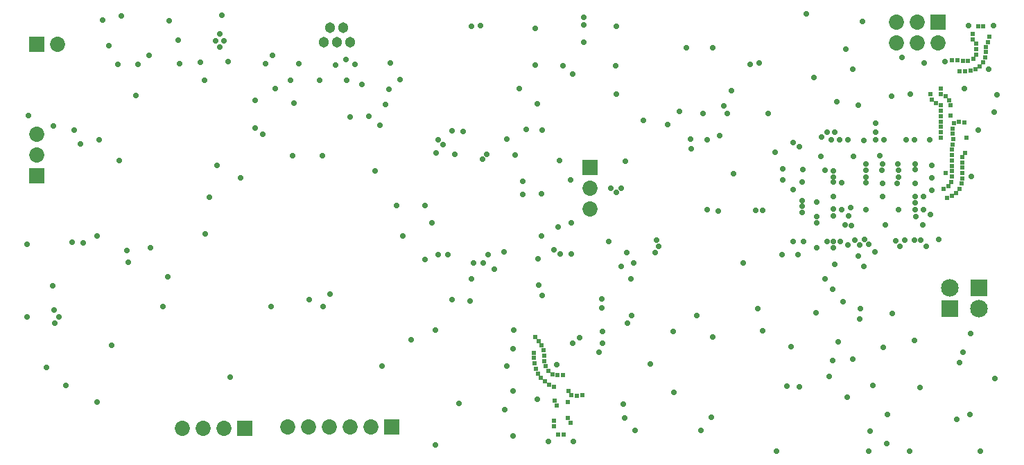
<source format=gbs>
G04*
G04 #@! TF.GenerationSoftware,Altium Limited,Altium Designer,21.6.4 (81)*
G04*
G04 Layer_Color=16711935*
%FSLAX44Y44*%
%MOMM*%
G71*
G04*
G04 #@! TF.SameCoordinates,FF1FAEB7-4318-4351-9C75-77568BB5708F*
G04*
G04*
G04 #@! TF.FilePolarity,Negative*
G04*
G01*
G75*
%ADD167C,1.8532*%
%ADD168R,1.8532X1.8532*%
%ADD169R,1.8532X1.8532*%
%ADD170C,1.3032*%
%ADD171R,2.1532X2.1532*%
%ADD172C,2.1532*%
%ADD173C,0.7032*%
%ADD174C,0.6032*%
D167*
X1076103Y510540D02*
D03*
X26577Y398780D02*
D03*
Y373380D02*
D03*
X1126902Y510540D02*
D03*
X1101503Y535940D02*
D03*
Y510540D02*
D03*
X1076103Y535940D02*
D03*
X52070Y509270D02*
D03*
X702310Y332740D02*
D03*
Y307340D02*
D03*
X434340Y40640D02*
D03*
X408940D02*
D03*
X383540D02*
D03*
X358140D02*
D03*
X332740D02*
D03*
X255270Y39370D02*
D03*
X229870D02*
D03*
X204470D02*
D03*
D168*
X1126902Y535940D02*
D03*
X26670Y509270D02*
D03*
X459740Y40640D02*
D03*
X280670Y39370D02*
D03*
D169*
X26577Y347980D02*
D03*
X702310Y358140D02*
D03*
D170*
X408940Y511810D02*
D03*
X400940Y529810D02*
D03*
X392940Y511810D02*
D03*
X384940Y529810D02*
D03*
X376940Y511810D02*
D03*
D171*
X1141730Y185420D02*
D03*
X1177290Y210820D02*
D03*
D172*
X1141730D02*
D03*
X1177290Y185420D02*
D03*
D173*
X928370Y377190D02*
D03*
X845201Y306837D02*
D03*
X679450Y290830D02*
D03*
Y252730D02*
D03*
X984003Y371978D02*
D03*
X665480Y252730D02*
D03*
X657860Y257810D02*
D03*
X1056127Y372688D02*
D03*
X877189Y350520D02*
D03*
X751840Y222068D02*
D03*
X783590Y269240D02*
D03*
X165100Y260350D02*
D03*
X533565Y403642D02*
D03*
X483870Y147320D02*
D03*
X998220Y209550D02*
D03*
X716183Y197697D02*
D03*
X1023462Y123719D02*
D03*
X961070Y318080D02*
D03*
X961102Y310760D02*
D03*
X961146Y303205D02*
D03*
X984861Y395911D02*
D03*
X860609Y397407D02*
D03*
X991351Y401964D02*
D03*
X1001483Y402021D02*
D03*
X1006622Y392264D02*
D03*
X1016814Y392098D02*
D03*
X1051095Y401985D02*
D03*
X1036750Y391833D02*
D03*
X1061578Y392164D02*
D03*
X1088446D02*
D03*
X1098488Y392054D02*
D03*
X1117302D02*
D03*
X936836Y251349D02*
D03*
X950016Y267969D02*
D03*
X962775Y268042D02*
D03*
X979212Y260551D02*
D03*
X1025595Y269686D02*
D03*
X1017253Y263834D02*
D03*
X1037141Y270002D02*
D03*
X1031684Y263834D02*
D03*
X1106162Y269343D02*
D03*
X1112520Y261620D02*
D03*
X956310Y251460D02*
D03*
X642620Y274320D02*
D03*
X929640Y11430D02*
D03*
X1092200D02*
D03*
X1178560D02*
D03*
X1042670D02*
D03*
X186690Y224790D02*
D03*
X662940Y285750D02*
D03*
X744220Y52070D02*
D03*
X69956Y266757D02*
D03*
X1043940Y35560D02*
D03*
X755650Y241300D02*
D03*
X947795Y138822D02*
D03*
X904240Y306070D02*
D03*
X913130D02*
D03*
X359410Y196850D02*
D03*
X375951Y188361D02*
D03*
X384634Y203635D02*
D03*
X1080837Y261687D02*
D03*
X1075642Y269046D02*
D03*
X1086372Y269325D02*
D03*
X1098550Y269240D02*
D03*
X537254Y374734D02*
D03*
X514604Y376597D02*
D03*
X522628Y386099D02*
D03*
X585470Y233680D02*
D03*
X638461Y246733D02*
D03*
X1159510Y454660D02*
D03*
X824709Y392799D02*
D03*
X826143Y381381D02*
D03*
X610535Y373543D02*
D03*
X576120Y374157D02*
D03*
X600292Y392901D02*
D03*
X445770Y410210D02*
D03*
X338927Y373188D02*
D03*
X375273Y372931D02*
D03*
X811530Y426720D02*
D03*
X767113Y415965D02*
D03*
X845323Y392356D02*
D03*
X637540Y436190D02*
D03*
X624426Y404691D02*
D03*
X797310Y410772D02*
D03*
X557767Y531007D02*
D03*
X734527Y448540D02*
D03*
X439936Y354007D02*
D03*
X678180Y342900D02*
D03*
X1051298Y392190D02*
D03*
X1065530Y55880D02*
D03*
X1165860D02*
D03*
X1016000Y77470D02*
D03*
X127000Y367030D02*
D03*
X740410Y237490D02*
D03*
X746760Y254436D02*
D03*
X717543Y143517D02*
D03*
X713160Y132080D02*
D03*
X717550Y157480D02*
D03*
X727710Y332740D02*
D03*
X734060Y327660D02*
D03*
X740410Y332740D02*
D03*
X725170Y267970D02*
D03*
X742950Y68580D02*
D03*
X913130Y158750D02*
D03*
X906780Y185420D02*
D03*
X1036320Y237490D02*
D03*
X989330Y222250D02*
D03*
X262890Y101600D02*
D03*
X949960Y388620D02*
D03*
X293370Y406400D02*
D03*
X661670Y116840D02*
D03*
X637540Y74930D02*
D03*
X680720Y143510D02*
D03*
X598170Y62230D02*
D03*
X542290Y69850D02*
D03*
X651510Y22860D02*
D03*
X681990D02*
D03*
X600710Y115570D02*
D03*
X775970Y118110D02*
D03*
X689610Y149860D02*
D03*
X1009187Y306960D02*
D03*
X1020778Y309646D02*
D03*
X1063182Y288180D02*
D03*
X1042670Y264160D02*
D03*
X997033Y391947D02*
D03*
X957580Y383540D02*
D03*
X961763Y355935D02*
D03*
X961390Y340360D02*
D03*
X937260Y356870D02*
D03*
Y342900D02*
D03*
X949960Y330962D02*
D03*
X1001397Y239678D02*
D03*
X991870Y267970D02*
D03*
X999490D02*
D03*
X1007690D02*
D03*
X999490Y260405D02*
D03*
X1127956Y270428D02*
D03*
X1050290Y255270D02*
D03*
X1029970Y250190D02*
D03*
X1051015Y412682D02*
D03*
X1003234Y438626D02*
D03*
X1030028Y434790D02*
D03*
X1013714Y287782D02*
D03*
X1021179Y287138D02*
D03*
X1017986Y298951D02*
D03*
X999097Y353837D02*
D03*
X989452Y354901D02*
D03*
X999204Y346931D02*
D03*
X999316Y340360D02*
D03*
X1009323Y339487D02*
D03*
X999490Y322580D02*
D03*
X979170Y316230D02*
D03*
Y298450D02*
D03*
Y291084D02*
D03*
X1108710Y288290D02*
D03*
X1117570Y300960D02*
D03*
X1099820Y298450D02*
D03*
X1099404Y306924D02*
D03*
X1109281Y307162D02*
D03*
X1078952Y306939D02*
D03*
X1039277Y306822D02*
D03*
X1059180Y322580D02*
D03*
Y339090D02*
D03*
X1039575Y339450D02*
D03*
X1039334Y346934D02*
D03*
X1039092Y355005D02*
D03*
Y362683D02*
D03*
X1023620Y372110D02*
D03*
X1059160Y362458D02*
D03*
X1059055Y355097D02*
D03*
X1078810Y346735D02*
D03*
X1076960Y338960D02*
D03*
X1078810Y355252D02*
D03*
X1078476Y363059D02*
D03*
X1099130Y362960D02*
D03*
Y355518D02*
D03*
Y339193D02*
D03*
X1099368Y323032D02*
D03*
X1109346Y323057D02*
D03*
X1119409Y330876D02*
D03*
X1119409Y345654D02*
D03*
X1119551Y360942D02*
D03*
X1099368Y314960D02*
D03*
X999385Y298794D02*
D03*
X999490Y307340D02*
D03*
X1195681Y426532D02*
D03*
X1109980Y486410D02*
D03*
X1070610Y445770D02*
D03*
X1189376Y478420D02*
D03*
X1136031Y487954D02*
D03*
X1093470Y448310D02*
D03*
X1083310Y492760D02*
D03*
X1198880Y447040D02*
D03*
X1164590Y532130D02*
D03*
X977900Y180340D02*
D03*
X1010920Y194310D02*
D03*
X1032510Y185420D02*
D03*
X1194580Y532130D02*
D03*
X889698Y241300D02*
D03*
X106680Y538480D02*
D03*
X302260Y398780D02*
D03*
X188580Y538017D02*
D03*
X246957Y361317D02*
D03*
X1060450Y138430D02*
D03*
X994338Y102870D02*
D03*
X942703Y90776D02*
D03*
X1105111Y89593D02*
D03*
X1071643Y179946D02*
D03*
X1098564Y146904D02*
D03*
X1196340Y100330D02*
D03*
X1157613Y132439D02*
D03*
X1167754Y347416D02*
D03*
X1176183Y404427D02*
D03*
X1014730Y502920D02*
D03*
X975501Y468283D02*
D03*
X869846Y424177D02*
D03*
X874530Y452754D02*
D03*
X851985Y504837D02*
D03*
X820317Y504621D02*
D03*
X635706Y528213D02*
D03*
X664670Y366711D02*
D03*
X858955Y305022D02*
D03*
X748030Y167640D02*
D03*
X752777Y176922D02*
D03*
X832636Y177304D02*
D03*
X852170Y151130D02*
D03*
X804375Y83674D02*
D03*
X850782Y52766D02*
D03*
X837616Y36490D02*
D03*
X757275Y36490D02*
D03*
X513598Y18903D02*
D03*
X608439Y29925D02*
D03*
X608612Y84886D02*
D03*
X608608Y136289D02*
D03*
X608700Y159238D02*
D03*
X513820Y159294D02*
D03*
X597042Y255093D02*
D03*
X560070Y241682D02*
D03*
X557158Y221929D02*
D03*
X570958Y368670D02*
D03*
X733532Y483000D02*
D03*
X734060Y530860D02*
D03*
X694690Y542290D02*
D03*
X669011Y482834D02*
D03*
X635145Y483787D02*
D03*
X568516Y531990D02*
D03*
X457015Y454062D02*
D03*
X458008Y485891D02*
D03*
X415260Y484421D02*
D03*
X391249Y483905D02*
D03*
X340431Y437435D02*
D03*
X314019Y495428D02*
D03*
X244891Y513375D02*
D03*
X255258Y513040D02*
D03*
X250190Y505460D02*
D03*
Y521970D02*
D03*
X231824Y465182D02*
D03*
X201123Y485715D02*
D03*
X149793Y484846D02*
D03*
X125635Y484556D02*
D03*
X114691Y507395D02*
D03*
X129841Y543625D02*
D03*
X136584Y257229D02*
D03*
X83613Y266217D02*
D03*
X118145Y141036D02*
D03*
X99932Y71796D02*
D03*
X38842Y113858D02*
D03*
X14992Y175714D02*
D03*
X45720Y213360D02*
D03*
X15097Y264368D02*
D03*
X102870Y392430D02*
D03*
X80010Y387350D02*
D03*
X72390Y403860D02*
D03*
X16510Y421640D02*
D03*
X46990Y408940D02*
D03*
X966470Y546100D02*
D03*
X317500Y454660D02*
D03*
X346710Y485140D02*
D03*
X293370Y440690D02*
D03*
X405130Y464820D02*
D03*
X403860Y490220D02*
D03*
X252730Y544830D02*
D03*
X180340Y187960D02*
D03*
X500771Y311505D02*
D03*
X465938Y312049D02*
D03*
X138430Y242570D02*
D03*
X275590Y345440D02*
D03*
X237743Y321852D02*
D03*
X469900Y466090D02*
D03*
X1153160Y119380D02*
D03*
X1167130Y154940D02*
D03*
X547370Y402082D02*
D03*
X694690Y511810D02*
D03*
X199390Y514350D02*
D03*
X781630Y254436D02*
D03*
X786130Y261620D02*
D03*
X998220Y121920D02*
D03*
X473710Y274320D02*
D03*
X312420Y187960D02*
D03*
X232410Y276860D02*
D03*
X53340Y175260D02*
D03*
X48260Y167640D02*
D03*
X509270Y290830D02*
D03*
X533400Y196850D02*
D03*
X643890Y201930D02*
D03*
X448310Y115570D02*
D03*
X516890Y392430D02*
D03*
X745490Y365760D02*
D03*
X619760Y341630D02*
D03*
Y325120D02*
D03*
X694690Y532964D02*
D03*
X615950Y454660D02*
D03*
X680720Y472440D02*
D03*
X643890Y403860D02*
D03*
X1047750Y91440D02*
D03*
X919480Y424180D02*
D03*
X840304D02*
D03*
X957580Y90170D02*
D03*
X642620Y326390D02*
D03*
X528320Y251460D02*
D03*
X577850D02*
D03*
X1064260Y20320D02*
D03*
X1031240Y172720D02*
D03*
X260350Y487680D02*
D03*
X306070Y485140D02*
D03*
X556006Y195238D02*
D03*
X516890Y251460D02*
D03*
X62230Y91440D02*
D03*
X571491Y241588D02*
D03*
X371735Y464820D02*
D03*
X336550D02*
D03*
X716280Y186690D02*
D03*
X452120Y435610D02*
D03*
X163538Y495554D02*
D03*
X432490Y420806D02*
D03*
X803656Y157480D02*
D03*
X226476Y486873D02*
D03*
X865730Y434086D02*
D03*
X1022858Y478282D02*
D03*
X408940Y420116D02*
D03*
X1005078Y145431D02*
D03*
X500380Y245443D02*
D03*
X423490Y459668D02*
D03*
X1034542Y537464D02*
D03*
X908812Y486664D02*
D03*
X897636Y484632D02*
D03*
X1150428Y49846D02*
D03*
X47752Y184404D02*
D03*
X100330Y274574D02*
D03*
X639826Y214738D02*
D03*
X147574Y446278D02*
D03*
D174*
X659091Y72884D02*
D03*
X661840Y66949D02*
D03*
X658177Y48451D02*
D03*
X657922Y41916D02*
D03*
X663494Y31572D02*
D03*
X670034D02*
D03*
X678118Y45794D02*
D03*
X675269Y51681D02*
D03*
X675072Y71155D02*
D03*
X633587Y131819D02*
D03*
X633900Y125287D02*
D03*
X634260Y118757D02*
D03*
X635817Y112405D02*
D03*
X638567Y106471D02*
D03*
X642352Y101138D02*
D03*
X647046Y96584D02*
D03*
X652491Y92961D02*
D03*
X658304Y89965D02*
D03*
X676215Y85366D02*
D03*
X679591Y79764D02*
D03*
X686122Y79422D02*
D03*
X692652Y79788D02*
D03*
X669246Y104728D02*
D03*
X662707Y104616D02*
D03*
X656188Y105148D02*
D03*
X651363Y109563D02*
D03*
X648007Y115176D02*
D03*
X646404Y121517D02*
D03*
X646260Y128055D02*
D03*
X645632Y134565D02*
D03*
X643289Y140671D02*
D03*
X639518Y146014D02*
D03*
X635195Y150922D02*
D03*
X1182661Y531038D02*
D03*
X1176121D02*
D03*
X1169732Y521598D02*
D03*
X1169808Y515058D02*
D03*
X1173650Y509766D02*
D03*
Y503226D02*
D03*
X1173475Y496688D02*
D03*
X1170127Y491070D02*
D03*
X1164025Y488717D02*
D03*
X1157485Y488701D02*
D03*
X1151082Y490035D02*
D03*
X1144544Y489897D02*
D03*
X1153567Y476125D02*
D03*
X1160104Y476340D02*
D03*
X1166639Y476592D02*
D03*
X1172938Y478352D02*
D03*
X1178413Y481929D02*
D03*
X1182659Y486903D02*
D03*
X1185216Y492923D02*
D03*
X1186010Y499414D02*
D03*
Y505954D02*
D03*
X1188536Y511987D02*
D03*
X1189928Y518377D02*
D03*
X1118220Y447861D02*
D03*
X1119718Y441494D02*
D03*
X1124450Y436980D02*
D03*
X1130418Y434305D02*
D03*
Y427766D02*
D03*
Y421226D02*
D03*
Y414686D02*
D03*
Y408146D02*
D03*
Y401606D02*
D03*
Y395066D02*
D03*
X1136255Y351800D02*
D03*
X1142778Y421546D02*
D03*
X1142773Y434626D02*
D03*
X1141068Y440940D02*
D03*
X1136663Y445774D02*
D03*
X1130580Y448177D02*
D03*
X1130949Y454707D02*
D03*
X1152843Y413908D02*
D03*
X1146450Y412531D02*
D03*
X1144782Y406208D02*
D03*
Y399668D02*
D03*
X1145607Y393180D02*
D03*
X1144952Y386673D02*
D03*
X1144494Y380149D02*
D03*
Y373609D02*
D03*
Y367069D02*
D03*
Y360529D02*
D03*
Y353989D02*
D03*
Y347449D02*
D03*
X1143606Y340969D02*
D03*
X1139936Y335556D02*
D03*
X1134189Y332436D02*
D03*
X1137885Y320784D02*
D03*
X1143897Y323359D02*
D03*
X1149067Y327365D02*
D03*
X1153071Y332536D02*
D03*
X1155645Y338548D02*
D03*
X1156702Y345002D02*
D03*
X1156746Y351541D02*
D03*
Y358082D02*
D03*
Y364621D02*
D03*
Y371161D02*
D03*
X1160496Y376520D02*
D03*
X1162211Y394731D02*
D03*
X1159631Y413520D02*
D03*
M02*

</source>
